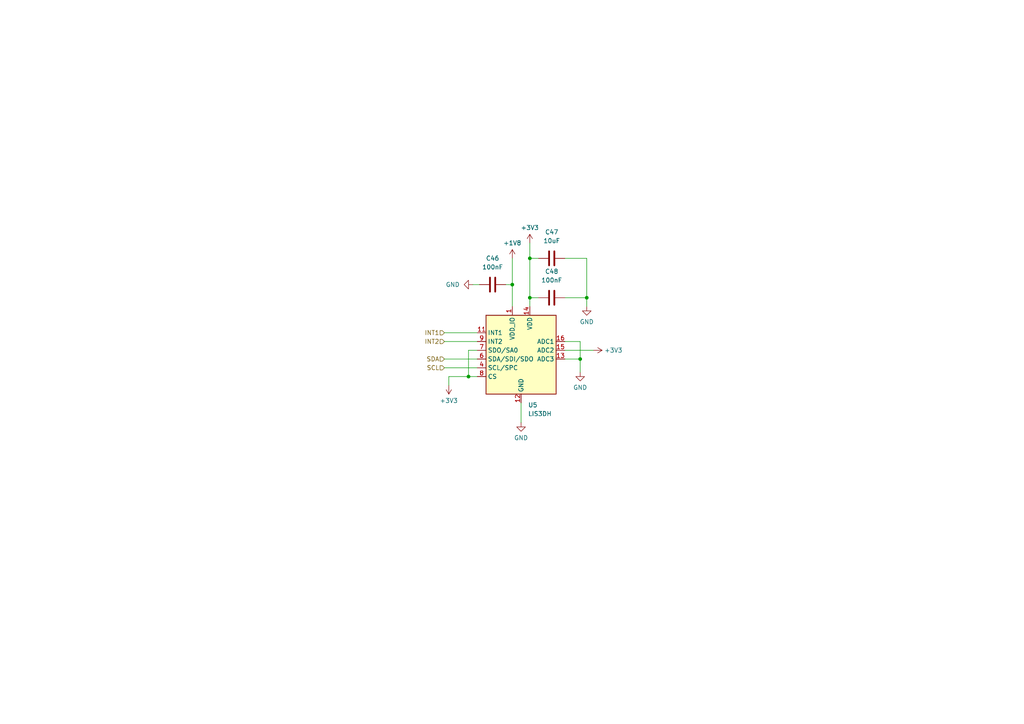
<source format=kicad_sch>
(kicad_sch (version 20230121) (generator eeschema)
  (paper "A4")
  (lib_symbols
    (symbol "Device:C" (pin_numbers hide) (pin_names (offset 0.254))
      (property "Reference" "C" (at 0.635 2.54 0))
      (property "Value" "C" (at 0.635 -2.54 0))
      (symbol "C_0_1"
        (polyline (pts (xy -2.032 -0.762) (xy 2.032 -0.762)) (stroke (width 0.508)))
        (polyline (pts (xy -2.032 0.762) (xy 2.032 0.762)) (stroke (width 0.508)))
      )
      (symbol "C_1_1"
        (pin passive line (at 0 3.81 270) (length 2.794) (name "~") (number "1"))
        (pin passive line (at 0 -3.81 90) (length 2.794) (name "~") (number "2"))
      )
    )
    (symbol "Sensor_Motion:LIS3DH"
      (property "Reference" "U" (at -7.62 11.43 0))
      (property "Value" "LIS3DH" (at 6.35 11.43 0))
      (symbol "LIS3DH_0_1"
        (rectangle (start -10.16 10.16) (end 10.16 -12.7) (stroke (width 0.254)) (fill (type background)))
      )
      (symbol "LIS3DH_1_1"
        (pin power_in line (at -2.54 12.7 270) (length 2.54) (name "VDD_IO") (number "1"))
        (pin passive line (at 0 -15.24 90) (length 2.54) hide (name "GND") (number "10"))
        (pin output line (at -12.7 5.08 0) (length 2.54) (name "INT1") (number "11"))
        (pin power_in line (at 0 -15.24 90) (length 2.54) (name "GND") (number "12"))
        (pin input line (at 12.7 -2.54 180) (length 2.54) (name "ADC3") (number "13"))
        (pin power_in line (at 2.54 12.7 270) (length 2.54) (name "VDD") (number "14"))
        (pin input line (at 12.7 0 180) (length 2.54) (name "ADC2") (number "15"))
        (pin input line (at 12.7 2.54 180) (length 2.54) (name "ADC1") (number "16"))
        (pin no_connect line (at 10.16 5.08 180) (length 2.54) hide (name "NC") (number "2"))
        (pin no_connect line (at 10.16 7.62 180) (length 2.54) hide (name "NC") (number "3"))
        (pin input line (at -12.7 -5.08 0) (length 2.54) (name "SCL/SPC") (number "4"))
        (pin passive line (at 0 -15.24 90) (length 2.54) hide (name "GND") (number "5"))
        (pin bidirectional line (at -12.7 -2.54 0) (length 2.54) (name "SDA/SDI/SDO") (number "6"))
        (pin bidirectional line (at -12.7 0 0) (length 2.54) (name "SDO/SA0") (number "7"))
        (pin input line (at -12.7 -7.62 0) (length 2.54) (name "CS") (number "8"))
        (pin output line (at -12.7 2.54 0) (length 2.54) (name "INT2") (number "9"))
      )
    )
    (symbol "power:+1V8" (power) (pin_names (offset 0))
      (property "Value" "+1V8" (at 0 3.556 0))
      (symbol "+1V8_0_1"
        (polyline (pts (xy -0.762 1.27) (xy 0 2.54)))
        (polyline (pts (xy 0 0) (xy 0 2.54)))
        (polyline (pts (xy 0 2.54) (xy 0.762 1.27)))
      )
      (symbol "+1V8_1_1"
        (pin power_in line (at 0 0 90) (length 0) hide (name "+1V8") (number "1"))
      )
    )
    (symbol "power:+3V3" (power) (pin_names (offset 0))
      (property "Value" "+3V3" (at 0 3.556 0))
      (symbol "+3V3_0_1"
        (polyline (pts (xy -0.762 1.27) (xy 0 2.54)))
        (polyline (pts (xy 0 0) (xy 0 2.54)))
        (polyline (pts (xy 0 2.54) (xy 0.762 1.27)))
      )
      (symbol "+3V3_1_1"
        (pin power_in line (at 0 0 90) (length 0) hide (name "+3V3") (number "1"))
      )
    )
    (symbol "power:GND" (power) (pin_names (offset 0))
      (property "Value" "GND" (at 0 -3.81 0))
      (symbol "GND_0_1"
        (polyline (pts (xy 0 0) (xy 0 -1.27) (xy 1.27 -1.27) (xy 0 -2.54) (xy -1.27 -1.27) (xy 0 -1.27)))
      )
      (symbol "GND_1_1"
        (pin power_in line (at 0 0 270) (length 0) hide (name "GND") (number "1"))
      )
    )
  )
  (junction (at 148.59 82.55))
  (junction (at 135.89 109.22))
  (junction (at 170.18 86.36))
  (junction (at 168.275 104.14))
  (junction (at 153.67 74.93))
  (junction (at 153.67 86.36))
  (wire (pts (xy 168.275 99.06) (xy 168.275 104.14)))
  (wire (pts (xy 137.16 82.55) (xy 139.065 82.55)))
  (wire (pts (xy 135.89 101.6) (xy 135.89 109.22)))
  (wire (pts (xy 153.67 86.36) (xy 153.67 88.9)))
  (wire (pts (xy 153.67 74.93) (xy 153.67 86.36)))
  (wire (pts (xy 170.18 86.36) (xy 170.18 88.9)))
  (wire (pts (xy 156.21 74.93) (xy 153.67 74.93)))
  (wire (pts (xy 163.83 74.93) (xy 170.18 74.93)))
  (wire (pts (xy 163.83 104.14) (xy 168.275 104.14)))
  (wire (pts (xy 148.59 82.55) (xy 146.685 82.55)))
  (wire (pts (xy 170.18 74.93) (xy 170.18 86.36)))
  (wire (pts (xy 135.89 109.22) (xy 138.43 109.22)))
  (wire (pts (xy 128.905 106.68) (xy 138.43 106.68)))
  (wire (pts (xy 163.83 101.6) (xy 172.085 101.6)))
  (wire (pts (xy 130.175 111.76) (xy 130.175 109.22)))
  (wire (pts (xy 148.59 74.93) (xy 148.59 82.55)))
  (wire (pts (xy 128.905 99.06) (xy 138.43 99.06)))
  (wire (pts (xy 128.905 96.52) (xy 138.43 96.52)))
  (wire (pts (xy 156.21 86.36) (xy 153.67 86.36)))
  (wire (pts (xy 128.905 104.14) (xy 138.43 104.14)))
  (wire (pts (xy 168.275 104.14) (xy 168.275 107.95)))
  (wire (pts (xy 163.83 86.36) (xy 170.18 86.36)))
  (wire (pts (xy 153.67 70.485) (xy 153.67 74.93)))
  (wire (pts (xy 138.43 101.6) (xy 135.89 101.6)))
  (wire (pts (xy 130.175 109.22) (xy 135.89 109.22)))
  (wire (pts (xy 163.83 99.06) (xy 168.275 99.06)))
  (wire (pts (xy 151.13 116.84) (xy 151.13 122.555)))
  (wire (pts (xy 148.59 88.9) (xy 148.59 82.55)))
  (hierarchical_label "SDA" (shape input) (at 128.905 104.14 180))
  (hierarchical_label "INT2" (shape input) (at 128.905 99.06 180))
  (hierarchical_label "INT1" (shape input) (at 128.905 96.52 180))
  (hierarchical_label "SCL" (shape input) (at 128.905 106.68 180))
  (symbol (lib_id "power:GND") (at 151.13 122.555 0) (unit 1)
    (property "Reference" "#PWR042" (effects hide))
    (property "Value" "GND" (at 151.13 127 0))
  )
  (symbol (lib_id "Device:C") (at 160.02 86.36 90) (unit 1)
    (property "Reference" "C48" (at 160.02 78.74 90))
    (property "Value" "100nF" (at 160.02 81.28 90))
    (property "Footprint" "Capacitor_SMD:C_0603_1608Metric" (effects hide))
    (instances (project "DualWatch" (path "" (reference "C48") (unit 1))) (project "lis3dhtr_default" (path "" (reference "C3") (unit 1))))
  )
  (symbol (lib_id "power:+3V3") (at 153.67 70.485 0) (unit 1)
    (property "Reference" "#PWR041" (effects hide))
    (property "Value" "+3V3" (at 153.67 66.04 0))
  )
  (symbol (lib_id "power:+3V3") (at 130.175 111.76 180) (unit 1)
    (property "Reference" "#PWR012" (effects hide))
    (property "Value" "+3V3" (at 130.175 116.205 0))
  )
  (symbol (lib_id "power:GND") (at 170.18 88.9 0) (unit 1)
    (property "Reference" "#PWR044" (effects hide))
    (property "Value" "GND" (at 170.18 93.345 0))
  )
  (symbol (lib_id "Sensor_Motion:LIS3DH") (at 151.13 101.6 0) (unit 1)
    (property "Reference" "U5" (at 153.1494 117.475 0) (effects (justify left)))
    (property "Value" "LIS3DH" (at 153.1494 120.015 0) (effects (justify left)))
    (property "Footprint" "Package_LGA:LGA-16_3x3mm_P0.5mm_LayoutBorder3x5y" (effects hide))
    (property "Datasheet" "https://www.st.com/resource/en/datasheet/cd00274221.pdf" (effects hide))
    (instances (project "DualWatch" (path "" (reference "U5") (unit 1))) (project "lis3dhtr_default" (path "" (reference "U1") (unit 1))))
  )
  (symbol (lib_id "power:+1V8") (at 148.59 74.93 0) (unit 1)
    (property "Reference" "#PWR049" (effects hide))
    (property "Value" "+1V8" (at 148.59 70.485 0))
  )
  (symbol (lib_id "power:+3V3") (at 172.085 101.6 270) (unit 1)
    (property "Reference" "#PWR045" (effects hide))
    (property "Value" "+3V3" (at 175.26 101.6 90) (effects (justify left)))
  )
  (symbol (lib_id "Device:C") (at 142.875 82.55 270) (unit 1)
    (property "Reference" "C46" (at 142.875 74.93 90))
    (property "Value" "100nF" (at 142.875 77.47 90))
    (property "Footprint" "Capacitor_SMD:C_0603_1608Metric" (effects hide))
    (instances (project "DualWatch" (path "" (reference "C46") (unit 1))) (project "lis3dhtr_default" (path "" (reference "C1") (unit 1))))
  )
  (symbol (lib_id "power:GND") (at 137.16 82.55 270) (unit 1)
    (property "Reference" "#PWR040" (effects hide))
    (property "Value" "GND" (at 133.35 82.55 90) (effects (justify right)))
  )
  (symbol (lib_id "Device:C") (at 160.02 74.93 90) (unit 1)
    (property "Reference" "C47" (at 160.02 67.31 90))
    (property "Value" "10uF" (at 160.02 69.85 90))
    (property "Footprint" "Capacitor_SMD:C_0603_1608Metric" (effects hide))
    (instances (project "DualWatch" (path "" (reference "C47") (unit 1))) (project "lis3dhtr_default" (path "" (reference "C2") (unit 1))))
  )
  (symbol (lib_id "power:GND") (at 168.275 107.95 0) (unit 1)
    (property "Reference" "#PWR043" (effects hide))
    (property "Value" "GND" (at 168.275 112.395 0))
  )
)
</source>
